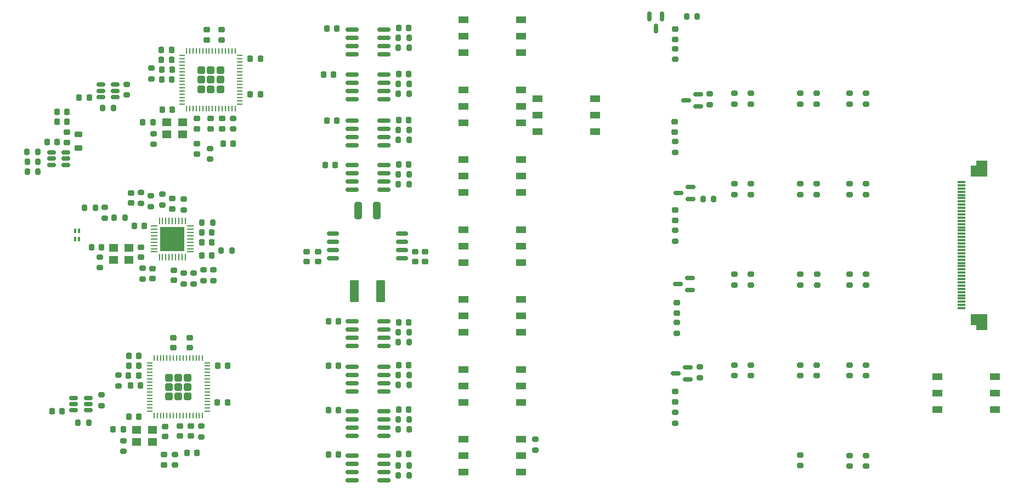
<source format=gbr>
%TF.GenerationSoftware,KiCad,Pcbnew,8.0.1*%
%TF.CreationDate,2024-09-10T07:56:54+02:00*%
%TF.ProjectId,CC_Debug,43435f44-6562-4756-972e-6b696361645f,rev?*%
%TF.SameCoordinates,Original*%
%TF.FileFunction,Paste,Top*%
%TF.FilePolarity,Positive*%
%FSLAX46Y46*%
G04 Gerber Fmt 4.6, Leading zero omitted, Abs format (unit mm)*
G04 Created by KiCad (PCBNEW 8.0.1) date 2024-09-10 07:56:54*
%MOMM*%
%LPD*%
G01*
G04 APERTURE LIST*
G04 Aperture macros list*
%AMRoundRect*
0 Rectangle with rounded corners*
0 $1 Rounding radius*
0 $2 $3 $4 $5 $6 $7 $8 $9 X,Y pos of 4 corners*
0 Add a 4 corners polygon primitive as box body*
4,1,4,$2,$3,$4,$5,$6,$7,$8,$9,$2,$3,0*
0 Add four circle primitives for the rounded corners*
1,1,$1+$1,$2,$3*
1,1,$1+$1,$4,$5*
1,1,$1+$1,$6,$7*
1,1,$1+$1,$8,$9*
0 Add four rect primitives between the rounded corners*
20,1,$1+$1,$2,$3,$4,$5,0*
20,1,$1+$1,$4,$5,$6,$7,0*
20,1,$1+$1,$6,$7,$8,$9,0*
20,1,$1+$1,$8,$9,$2,$3,0*%
G04 Aperture macros list end*
%ADD10C,0.010000*%
%ADD11C,0.000000*%
%ADD12RoundRect,0.225000X-0.250000X0.225000X-0.250000X-0.225000X0.250000X-0.225000X0.250000X0.225000X0*%
%ADD13RoundRect,0.200000X-0.200000X-0.275000X0.200000X-0.275000X0.200000X0.275000X-0.200000X0.275000X0*%
%ADD14RoundRect,0.225000X0.225000X0.250000X-0.225000X0.250000X-0.225000X-0.250000X0.225000X-0.250000X0*%
%ADD15RoundRect,0.200000X-0.275000X0.200000X-0.275000X-0.200000X0.275000X-0.200000X0.275000X0.200000X0*%
%ADD16RoundRect,0.200000X0.275000X-0.200000X0.275000X0.200000X-0.275000X0.200000X-0.275000X-0.200000X0*%
%ADD17RoundRect,0.225000X-0.225000X-0.250000X0.225000X-0.250000X0.225000X0.250000X-0.225000X0.250000X0*%
%ADD18RoundRect,0.150000X-0.825000X-0.150000X0.825000X-0.150000X0.825000X0.150000X-0.825000X0.150000X0*%
%ADD19RoundRect,0.218750X0.381250X-0.218750X0.381250X0.218750X-0.381250X0.218750X-0.381250X-0.218750X0*%
%ADD20RoundRect,0.200000X0.200000X0.275000X-0.200000X0.275000X-0.200000X-0.275000X0.200000X-0.275000X0*%
%ADD21RoundRect,0.218750X-0.218750X-0.256250X0.218750X-0.256250X0.218750X0.256250X-0.218750X0.256250X0*%
%ADD22RoundRect,0.225000X0.250000X-0.225000X0.250000X0.225000X-0.250000X0.225000X-0.250000X-0.225000X0*%
%ADD23R,1.500000X1.100000*%
%ADD24RoundRect,0.150000X0.587500X0.150000X-0.587500X0.150000X-0.587500X-0.150000X0.587500X-0.150000X0*%
%ADD25RoundRect,0.150000X0.512500X0.150000X-0.512500X0.150000X-0.512500X-0.150000X0.512500X-0.150000X0*%
%ADD26RoundRect,0.250000X0.335000X-0.335000X0.335000X0.335000X-0.335000X0.335000X-0.335000X-0.335000X0*%
%ADD27RoundRect,0.062500X0.062500X-0.337500X0.062500X0.337500X-0.062500X0.337500X-0.062500X-0.337500X0*%
%ADD28RoundRect,0.062500X0.337500X-0.062500X0.337500X0.062500X-0.337500X0.062500X-0.337500X-0.062500X0*%
%ADD29RoundRect,0.218750X-0.256250X0.218750X-0.256250X-0.218750X0.256250X-0.218750X0.256250X0.218750X0*%
%ADD30RoundRect,0.150000X-0.750000X-0.150000X0.750000X-0.150000X0.750000X0.150000X-0.750000X0.150000X0*%
%ADD31R,1.200000X0.300000*%
%ADD32RoundRect,0.249999X-0.450001X-1.450001X0.450001X-1.450001X0.450001X1.450001X-0.450001X1.450001X0*%
%ADD33R,1.400000X1.200000*%
%ADD34RoundRect,0.250000X-0.312500X-1.075000X0.312500X-1.075000X0.312500X1.075000X-0.312500X1.075000X0*%
%ADD35RoundRect,0.015000X-0.135000X-0.275000X0.135000X-0.275000X0.135000X0.275000X-0.135000X0.275000X0*%
%ADD36R,0.254000X1.066800*%
%ADD37R,1.066800X0.254000*%
%ADD38R,3.810000X3.810000*%
%ADD39RoundRect,0.150000X-0.150000X0.587500X-0.150000X-0.587500X0.150000X-0.587500X0.150000X0.587500X0*%
G04 APERTURE END LIST*
D10*
%TO.C,J8001*%
X241371000Y-90696000D02*
X238971000Y-90696000D01*
X238971000Y-89096000D01*
X239771000Y-89096000D01*
X239771000Y-88296000D01*
X241371000Y-88296000D01*
X241371000Y-90696000D01*
G36*
X241371000Y-90696000D02*
G01*
X238971000Y-90696000D01*
X238971000Y-89096000D01*
X239771000Y-89096000D01*
X239771000Y-88296000D01*
X241371000Y-88296000D01*
X241371000Y-90696000D01*
G37*
X241371000Y-114396000D02*
X239771000Y-114396000D01*
X239771000Y-113596000D01*
X238971000Y-113596000D01*
X238971000Y-111996000D01*
X241371000Y-111996000D01*
X241371000Y-114396000D01*
G36*
X241371000Y-114396000D02*
G01*
X239771000Y-114396000D01*
X239771000Y-113596000D01*
X238971000Y-113596000D01*
X238971000Y-111996000D01*
X241371000Y-111996000D01*
X241371000Y-114396000D01*
G37*
D11*
%TO.C,U2001*%
G36*
X114951000Y-99661000D02*
G01*
X113881000Y-99661000D01*
X113881000Y-98591000D01*
X114951000Y-98591000D01*
X114951000Y-99661000D01*
G37*
G36*
X114951000Y-100931000D02*
G01*
X113881000Y-100931000D01*
X113881000Y-99861000D01*
X114951000Y-99861000D01*
X114951000Y-100931000D01*
G37*
G36*
X114951000Y-102201000D02*
G01*
X113881000Y-102201000D01*
X113881000Y-101131000D01*
X114951000Y-101131000D01*
X114951000Y-102201000D01*
G37*
G36*
X116221000Y-99661000D02*
G01*
X115151000Y-99661000D01*
X115151000Y-98591000D01*
X116221000Y-98591000D01*
X116221000Y-99661000D01*
G37*
G36*
X116221000Y-100931000D02*
G01*
X115151000Y-100931000D01*
X115151000Y-99861000D01*
X116221000Y-99861000D01*
X116221000Y-100931000D01*
G37*
G36*
X116221000Y-102201000D02*
G01*
X115151000Y-102201000D01*
X115151000Y-101131000D01*
X116221000Y-101131000D01*
X116221000Y-102201000D01*
G37*
G36*
X117491000Y-99661000D02*
G01*
X116421000Y-99661000D01*
X116421000Y-98591000D01*
X117491000Y-98591000D01*
X117491000Y-99661000D01*
G37*
G36*
X117491000Y-100931000D02*
G01*
X116421000Y-100931000D01*
X116421000Y-99861000D01*
X117491000Y-99861000D01*
X117491000Y-100931000D01*
G37*
G36*
X117491000Y-102201000D02*
G01*
X116421000Y-102201000D01*
X116421000Y-101131000D01*
X117491000Y-101131000D01*
X117491000Y-102201000D01*
G37*
%TD*%
D12*
%TO.C,C7020*%
X153162000Y-102349000D03*
X153162000Y-103899000D03*
%TD*%
D13*
%TO.C,R7012*%
X150559000Y-70866000D03*
X152209000Y-70866000D03*
%TD*%
D14*
%TO.C,C2014*%
X99425000Y-80767000D03*
X97875000Y-80767000D03*
%TD*%
D15*
%TO.C,R2006*%
X117464000Y-105667000D03*
X117464000Y-107317000D03*
%TD*%
D16*
%TO.C,R8036*%
X193294000Y-86994000D03*
X193294000Y-85344000D03*
%TD*%
%TO.C,R8008*%
X215201000Y-107514500D03*
X215201000Y-105864500D03*
%TD*%
D17*
%TO.C,C6009*%
X123529000Y-85720000D03*
X125079000Y-85720000D03*
%TD*%
D18*
%TO.C,U7001*%
X143419000Y-126995000D03*
X143419000Y-128265000D03*
X143419000Y-129535000D03*
X143419000Y-130805000D03*
X148369000Y-130805000D03*
X148369000Y-129535000D03*
X148369000Y-128265000D03*
X148369000Y-126995000D03*
%TD*%
D13*
%TO.C,R7015*%
X150559000Y-121412000D03*
X152209000Y-121412000D03*
%TD*%
D15*
%TO.C,R8030*%
X197104000Y-120142000D03*
X197104000Y-121792000D03*
%TD*%
D17*
%TO.C,C2009*%
X120245000Y-102936000D03*
X121795000Y-102936000D03*
%TD*%
D15*
%TO.C,R6004*%
X121510000Y-86419000D03*
X121510000Y-88069000D03*
%TD*%
D16*
%TO.C,R8012*%
X222758000Y-121494000D03*
X222758000Y-119844000D03*
%TD*%
D19*
%TO.C,L2001*%
X101190000Y-86355000D03*
X101190000Y-84230000D03*
%TD*%
D18*
%TO.C,U7008*%
X143419000Y-68067000D03*
X143419000Y-69337000D03*
X143419000Y-70607000D03*
X143419000Y-71877000D03*
X148369000Y-71877000D03*
X148369000Y-70607000D03*
X148369000Y-69337000D03*
X148369000Y-68067000D03*
%TD*%
D14*
%TO.C,C6012*%
X115554000Y-72692000D03*
X114004000Y-72692000D03*
%TD*%
D20*
%TO.C,R8029*%
X199262000Y-94234000D03*
X197612000Y-94234000D03*
%TD*%
D16*
%TO.C,R8005*%
X215138000Y-93535000D03*
X215138000Y-91885000D03*
%TD*%
D12*
%TO.C,C5010*%
X114398000Y-133713000D03*
X114398000Y-135263000D03*
%TD*%
D21*
%TO.C,D6001*%
X114065500Y-74216000D03*
X115640500Y-74216000D03*
%TD*%
D14*
%TO.C,C5014*%
X110502000Y-118433000D03*
X108952000Y-118433000D03*
%TD*%
D16*
%TO.C,R6003*%
X108683000Y-78153000D03*
X108683000Y-76503000D03*
%TD*%
D14*
%TO.C,C6014*%
X115554000Y-71168000D03*
X114004000Y-71168000D03*
%TD*%
D13*
%TO.C,R2015*%
X120258000Y-97856000D03*
X121908000Y-97856000D03*
%TD*%
D22*
%TO.C,C6015*%
X121002000Y-69657000D03*
X121002000Y-68107000D03*
%TD*%
D15*
%TO.C,R2005*%
X118988000Y-105667000D03*
X118988000Y-107317000D03*
%TD*%
D23*
%TO.C,SW8002*%
X242702000Y-126746000D03*
X242702000Y-124206000D03*
X242702000Y-121666000D03*
X233802000Y-121666000D03*
X233802000Y-124206000D03*
X233802000Y-126746000D03*
%TD*%
D17*
%TO.C,C7016*%
X150609000Y-126746000D03*
X152159000Y-126746000D03*
%TD*%
D14*
%TO.C,C7002*%
X141348000Y-126868000D03*
X139798000Y-126868000D03*
%TD*%
D13*
%TO.C,R7008*%
X150559000Y-91948000D03*
X152209000Y-91948000D03*
%TD*%
D16*
%TO.C,R2007*%
X112384000Y-95379000D03*
X112384000Y-93729000D03*
%TD*%
D24*
%TO.C,Q8004*%
X196850000Y-79944000D03*
X196850000Y-78044000D03*
X194975000Y-78994000D03*
%TD*%
D23*
%TO.C,SW8003*%
X160650000Y-77343000D03*
X160650000Y-79883000D03*
X160650000Y-82423000D03*
X169550000Y-82423000D03*
X169550000Y-79883000D03*
X169550000Y-77343000D03*
%TD*%
D17*
%TO.C,C7015*%
X150609000Y-119888000D03*
X152159000Y-119888000D03*
%TD*%
D16*
%TO.C,R8020*%
X220218000Y-93535000D03*
X220218000Y-91885000D03*
%TD*%
%TO.C,R8019*%
X212598000Y-93535000D03*
X212598000Y-91885000D03*
%TD*%
D13*
%TO.C,R7009*%
X150559000Y-76454000D03*
X152209000Y-76454000D03*
%TD*%
D22*
%TO.C,C2005*%
X115686000Y-95712000D03*
X115686000Y-94162000D03*
%TD*%
D17*
%TO.C,C5013*%
X117941000Y-133472000D03*
X119491000Y-133472000D03*
%TD*%
D23*
%TO.C,SW8006*%
X160650000Y-109728000D03*
X160650000Y-112268000D03*
X160650000Y-114808000D03*
X169550000Y-114808000D03*
X169550000Y-112268000D03*
X169550000Y-109728000D03*
%TD*%
D16*
%TO.C,R8015*%
X202438000Y-79565000D03*
X202438000Y-77915000D03*
%TD*%
%TO.C,R8010*%
X204978000Y-121494000D03*
X204978000Y-119844000D03*
%TD*%
D14*
%TO.C,C5006*%
X110502000Y-119957000D03*
X108952000Y-119957000D03*
%TD*%
D25*
%TO.C,U5003*%
X102703000Y-126849000D03*
X102703000Y-125899000D03*
X102703000Y-124949000D03*
X100428000Y-124949000D03*
X100428000Y-125899000D03*
X100428000Y-126849000D03*
%TD*%
D17*
%TO.C,C2002*%
X120245000Y-100904000D03*
X121795000Y-100904000D03*
%TD*%
D15*
%TO.C,R2004*%
X120512000Y-105159000D03*
X120512000Y-106809000D03*
%TD*%
D13*
%TO.C,R7006*%
X150559000Y-136906000D03*
X152209000Y-136906000D03*
%TD*%
D22*
%TO.C,C6002*%
X123288000Y-69657000D03*
X123288000Y-68107000D03*
%TD*%
D17*
%TO.C,C2007*%
X120245000Y-99380000D03*
X121795000Y-99380000D03*
%TD*%
D16*
%TO.C,R8021*%
X202438000Y-107514500D03*
X202438000Y-105864500D03*
%TD*%
%TO.C,R8002*%
X215138000Y-79565000D03*
X215138000Y-77915000D03*
%TD*%
D26*
%TO.C,U6003*%
X120187000Y-77264000D03*
X121637000Y-77264000D03*
X123087000Y-77264000D03*
X120187000Y-75814000D03*
X121637000Y-75814000D03*
X123087000Y-75814000D03*
X120187000Y-74364000D03*
X121637000Y-74364000D03*
X123087000Y-74364000D03*
D27*
X117887000Y-80264000D03*
X118387000Y-80264000D03*
X118887000Y-80264000D03*
X119387000Y-80264000D03*
X119887000Y-80264000D03*
X120387000Y-80264000D03*
X120887000Y-80264000D03*
X121387000Y-80264000D03*
X121887000Y-80264000D03*
X122387000Y-80264000D03*
X122887000Y-80264000D03*
X123387000Y-80264000D03*
X123887000Y-80264000D03*
X124387000Y-80264000D03*
X124887000Y-80264000D03*
X125387000Y-80264000D03*
D28*
X126087000Y-79564000D03*
X126087000Y-79064000D03*
X126087000Y-78564000D03*
X126087000Y-78064000D03*
X126087000Y-77564000D03*
X126087000Y-77064000D03*
X126087000Y-76564000D03*
X126087000Y-76064000D03*
X126087000Y-75564000D03*
X126087000Y-75064000D03*
X126087000Y-74564000D03*
X126087000Y-74064000D03*
X126087000Y-73564000D03*
X126087000Y-73064000D03*
X126087000Y-72564000D03*
X126087000Y-72064000D03*
D27*
X125387000Y-71364000D03*
X124887000Y-71364000D03*
X124387000Y-71364000D03*
X123887000Y-71364000D03*
X123387000Y-71364000D03*
X122887000Y-71364000D03*
X122387000Y-71364000D03*
X121887000Y-71364000D03*
X121387000Y-71364000D03*
X120887000Y-71364000D03*
X120387000Y-71364000D03*
X119887000Y-71364000D03*
X119387000Y-71364000D03*
X118887000Y-71364000D03*
X118387000Y-71364000D03*
X117887000Y-71364000D03*
D28*
X117187000Y-72064000D03*
X117187000Y-72564000D03*
X117187000Y-73064000D03*
X117187000Y-73564000D03*
X117187000Y-74064000D03*
X117187000Y-74564000D03*
X117187000Y-75064000D03*
X117187000Y-75564000D03*
X117187000Y-76064000D03*
X117187000Y-76564000D03*
X117187000Y-77064000D03*
X117187000Y-77564000D03*
X117187000Y-78064000D03*
X117187000Y-78564000D03*
X117187000Y-79064000D03*
X117187000Y-79564000D03*
%TD*%
D14*
%TO.C,C6001*%
X102854000Y-78534000D03*
X101304000Y-78534000D03*
%TD*%
D16*
%TO.C,R8027*%
X220218000Y-135464000D03*
X220218000Y-133814000D03*
%TD*%
D17*
%TO.C,C7013*%
X150609000Y-133604000D03*
X152159000Y-133604000D03*
%TD*%
D12*
%TO.C,C2006*%
X112638000Y-104968000D03*
X112638000Y-106518000D03*
%TD*%
D16*
%TO.C,R8004*%
X204978000Y-93535000D03*
X204978000Y-91885000D03*
%TD*%
D12*
%TO.C,C7018*%
X136398000Y-102349000D03*
X136398000Y-103899000D03*
%TD*%
D16*
%TO.C,R8026*%
X220218000Y-121494000D03*
X220218000Y-119844000D03*
%TD*%
D17*
%TO.C,C7014*%
X150609000Y-113284000D03*
X152159000Y-113284000D03*
%TD*%
D14*
%TO.C,C5009*%
X98652000Y-126981000D03*
X97102000Y-126981000D03*
%TD*%
D20*
%TO.C,R2018*%
X94966000Y-90038000D03*
X93316000Y-90038000D03*
%TD*%
D13*
%TO.C,R7001*%
X150559000Y-128270000D03*
X152209000Y-128270000D03*
%TD*%
D12*
%TO.C,C7019*%
X154686000Y-102349000D03*
X154686000Y-103899000D03*
%TD*%
D14*
%TO.C,C7005*%
X140840000Y-89022000D03*
X139290000Y-89022000D03*
%TD*%
%TO.C,C2013*%
X99425000Y-82291000D03*
X97875000Y-82291000D03*
%TD*%
%TO.C,C2010*%
X111368000Y-98364000D03*
X109818000Y-98364000D03*
%TD*%
D12*
%TO.C,C6008*%
X119478000Y-81823000D03*
X119478000Y-83373000D03*
%TD*%
D18*
%TO.C,U7007*%
X143419000Y-75052000D03*
X143419000Y-76322000D03*
X143419000Y-77592000D03*
X143419000Y-78862000D03*
X148369000Y-78862000D03*
X148369000Y-77592000D03*
X148369000Y-76322000D03*
X148369000Y-75052000D03*
%TD*%
D14*
%TO.C,C6013*%
X115628000Y-75740000D03*
X114078000Y-75740000D03*
%TD*%
D23*
%TO.C,SW8004*%
X160650000Y-131318000D03*
X160650000Y-133858000D03*
X160650000Y-136398000D03*
X169550000Y-136398000D03*
X169550000Y-133858000D03*
X169550000Y-131318000D03*
%TD*%
D12*
%TO.C,C2012*%
X99412000Y-83929000D03*
X99412000Y-85479000D03*
%TD*%
%TO.C,C6006*%
X119478000Y-85720000D03*
X119478000Y-87270000D03*
%TD*%
D18*
%TO.C,U7002*%
X143419000Y-120137000D03*
X143419000Y-121407000D03*
X143419000Y-122677000D03*
X143419000Y-123947000D03*
X148369000Y-123947000D03*
X148369000Y-122677000D03*
X148369000Y-121407000D03*
X148369000Y-120137000D03*
%TD*%
D14*
%TO.C,C2001*%
X104777000Y-101666000D03*
X103227000Y-101666000D03*
%TD*%
D13*
%TO.C,R7007*%
X150559000Y-90424000D03*
X152209000Y-90424000D03*
%TD*%
D24*
%TO.C,Q8002*%
X195677000Y-94234000D03*
X195677000Y-92334000D03*
X193802000Y-93284000D03*
%TD*%
D16*
%TO.C,R8009*%
X222758000Y-107514500D03*
X222758000Y-105864500D03*
%TD*%
%TO.C,R5006*%
X107413000Y-123068000D03*
X107413000Y-121418000D03*
%TD*%
D20*
%TO.C,R2001*%
X108383000Y-97094000D03*
X106733000Y-97094000D03*
%TD*%
D16*
%TO.C,R8035*%
X171704000Y-132968000D03*
X171704000Y-131318000D03*
%TD*%
D17*
%TO.C,C7011*%
X150609000Y-82042000D03*
X152159000Y-82042000D03*
%TD*%
D14*
%TO.C,C7007*%
X140573000Y-75052000D03*
X139023000Y-75052000D03*
%TD*%
D16*
%TO.C,R8023*%
X220218000Y-107514500D03*
X220218000Y-105864500D03*
%TD*%
D12*
%TO.C,C7017*%
X138176000Y-102349000D03*
X138176000Y-103899000D03*
%TD*%
D18*
%TO.C,U7004*%
X143419000Y-133853000D03*
X143419000Y-135123000D03*
X143419000Y-136393000D03*
X143419000Y-137663000D03*
X148369000Y-137663000D03*
X148369000Y-136393000D03*
X148369000Y-135123000D03*
X148369000Y-133853000D03*
%TD*%
D29*
%TO.C,D8002*%
X193294000Y-95961000D03*
X193294000Y-97536000D03*
%TD*%
D16*
%TO.C,R8017*%
X220218000Y-79565000D03*
X220218000Y-77915000D03*
%TD*%
D30*
%TO.C,U7009*%
X140480000Y-99568000D03*
X140480000Y-100838000D03*
X140480000Y-102108000D03*
X140480000Y-103378000D03*
X151130000Y-103378000D03*
X151130000Y-102108000D03*
X151130000Y-100838000D03*
X151130000Y-99568000D03*
%TD*%
D13*
%TO.C,R7016*%
X150559000Y-122936000D03*
X152209000Y-122936000D03*
%TD*%
D29*
%TO.C,D8003*%
X193294000Y-123952000D03*
X193294000Y-125527000D03*
%TD*%
D18*
%TO.C,U7005*%
X143419000Y-89022000D03*
X143419000Y-90292000D03*
X143419000Y-91562000D03*
X143419000Y-92832000D03*
X148369000Y-92832000D03*
X148369000Y-91562000D03*
X148369000Y-90292000D03*
X148369000Y-89022000D03*
%TD*%
D17*
%TO.C,C6010*%
X127720000Y-72565000D03*
X129270000Y-72565000D03*
%TD*%
%TO.C,C7009*%
X150609000Y-67818000D03*
X152159000Y-67818000D03*
%TD*%
D16*
%TO.C,R8016*%
X212598000Y-79565000D03*
X212598000Y-77915000D03*
%TD*%
D18*
%TO.C,U7006*%
X143419000Y-82164000D03*
X143419000Y-83434000D03*
X143419000Y-84704000D03*
X143419000Y-85974000D03*
X148369000Y-85974000D03*
X148369000Y-84704000D03*
X148369000Y-83434000D03*
X148369000Y-82164000D03*
%TD*%
D13*
%TO.C,R2014*%
X123243000Y-102174000D03*
X124893000Y-102174000D03*
%TD*%
D23*
%TO.C,SW8008*%
X160650000Y-88138000D03*
X160650000Y-90678000D03*
X160650000Y-93218000D03*
X169550000Y-93218000D03*
X169550000Y-90678000D03*
X169550000Y-88138000D03*
%TD*%
D15*
%TO.C,R5003*%
X120141000Y-129292000D03*
X120141000Y-130942000D03*
%TD*%
D14*
%TO.C,C5004*%
X110502000Y-127831000D03*
X108952000Y-127831000D03*
%TD*%
D16*
%TO.C,R8006*%
X222758000Y-93535000D03*
X222758000Y-91885000D03*
%TD*%
D13*
%TO.C,R7005*%
X150559000Y-135382000D03*
X152209000Y-135382000D03*
%TD*%
D12*
%TO.C,C5001*%
X118510000Y-129254000D03*
X118510000Y-130804000D03*
%TD*%
D15*
%TO.C,R2011*%
X105272000Y-95507000D03*
X105272000Y-97157000D03*
%TD*%
%TO.C,R2003*%
X122036000Y-105159000D03*
X122036000Y-106809000D03*
%TD*%
D16*
%TO.C,R6006*%
X112440000Y-75676000D03*
X112440000Y-74026000D03*
%TD*%
D31*
%TO.C,J8001*%
X237471000Y-111096000D03*
X237471000Y-110596000D03*
X237471000Y-110096000D03*
X237471000Y-109596000D03*
X237471000Y-109096000D03*
X237471000Y-108596000D03*
X237471000Y-108096000D03*
X237471000Y-107596000D03*
X237471000Y-107096000D03*
X237471000Y-106596000D03*
X237471000Y-106096000D03*
X237471000Y-105596000D03*
X237471000Y-105096000D03*
X237471000Y-104596000D03*
X237471000Y-104096000D03*
X237471000Y-103596000D03*
X237471000Y-103096000D03*
X237471000Y-102596000D03*
X237471000Y-102096000D03*
X237471000Y-101596000D03*
X237471000Y-101096000D03*
X237471000Y-100596000D03*
X237471000Y-100096000D03*
X237471000Y-99596000D03*
X237471000Y-99096000D03*
X237471000Y-98596000D03*
X237471000Y-98096000D03*
X237471000Y-97596000D03*
X237471000Y-97096000D03*
X237471000Y-96596000D03*
X237471000Y-96096000D03*
X237471000Y-95596000D03*
X237471000Y-95096000D03*
X237471000Y-94596000D03*
X237471000Y-94096000D03*
X237471000Y-93596000D03*
X237471000Y-93096000D03*
X237471000Y-92596000D03*
X237471000Y-92096000D03*
X237471000Y-91596000D03*
%TD*%
D32*
%TO.C,C7021*%
X143746000Y-108458000D03*
X147846000Y-108458000D03*
%TD*%
D20*
%TO.C,R2016*%
X94903000Y-86990000D03*
X93253000Y-86990000D03*
%TD*%
D12*
%TO.C,C5011*%
X116887200Y-129254000D03*
X116887200Y-130804000D03*
%TD*%
D13*
%TO.C,R7010*%
X150559000Y-77978000D03*
X152209000Y-77978000D03*
%TD*%
D22*
%TO.C,C5002*%
X118363000Y-117176000D03*
X118363000Y-115626000D03*
%TD*%
D13*
%TO.C,R7002*%
X150559000Y-129794000D03*
X152209000Y-129794000D03*
%TD*%
D14*
%TO.C,C7004*%
X141348000Y-113152000D03*
X139798000Y-113152000D03*
%TD*%
D15*
%TO.C,R5002*%
X116102000Y-133663000D03*
X116102000Y-135313000D03*
%TD*%
D17*
%TO.C,C6011*%
X127733000Y-78026000D03*
X129283000Y-78026000D03*
%TD*%
D16*
%TO.C,R8007*%
X204978000Y-107514500D03*
X204978000Y-105864500D03*
%TD*%
%TO.C,R8037*%
X193548000Y-114934000D03*
X193548000Y-113284000D03*
%TD*%
D13*
%TO.C,R7011*%
X150559000Y-69342000D03*
X152209000Y-69342000D03*
%TD*%
D33*
%TO.C,U5001*%
X110198000Y-131741000D03*
X112598000Y-131741000D03*
X112598000Y-129841000D03*
X110198000Y-129841000D03*
%TD*%
D12*
%TO.C,C2003*%
X110860000Y-101666000D03*
X110860000Y-103216000D03*
%TD*%
D23*
%TO.C,SW8009*%
X172080000Y-78740000D03*
X172080000Y-81280000D03*
X172080000Y-83820000D03*
X180980000Y-83820000D03*
X180980000Y-81280000D03*
X180980000Y-78740000D03*
%TD*%
D15*
%TO.C,R8034*%
X198628000Y-77978000D03*
X198628000Y-79628000D03*
%TD*%
D13*
%TO.C,R7013*%
X150559000Y-83566000D03*
X152209000Y-83566000D03*
%TD*%
D16*
%TO.C,R8011*%
X215138000Y-121494000D03*
X215138000Y-119844000D03*
%TD*%
D33*
%TO.C,U2002*%
X106612000Y-103632000D03*
X109012000Y-103632000D03*
X109012000Y-101732000D03*
X106612000Y-101732000D03*
%TD*%
D21*
%TO.C,D5001*%
X108911500Y-121481000D03*
X110486500Y-121481000D03*
%TD*%
D29*
%TO.C,D8001*%
X193294000Y-68021000D03*
X193294000Y-69596000D03*
%TD*%
D13*
%TO.C,R2010*%
X102161000Y-95570000D03*
X103811000Y-95570000D03*
%TD*%
D20*
%TO.C,R6001*%
X106587000Y-80185000D03*
X104937000Y-80185000D03*
%TD*%
D14*
%TO.C,C5007*%
X110756000Y-123005000D03*
X109206000Y-123005000D03*
%TD*%
%TO.C,C7003*%
X141335000Y-120010000D03*
X139785000Y-120010000D03*
%TD*%
D17*
%TO.C,C5015*%
X122640000Y-125619000D03*
X124190000Y-125619000D03*
%TD*%
D34*
%TO.C,R7017*%
X144333500Y-96012000D03*
X147258500Y-96012000D03*
%TD*%
D35*
%TO.C,FL3001*%
X100709000Y-99133000D03*
X101259000Y-99133000D03*
X101259000Y-100443000D03*
X100709000Y-100443000D03*
%TD*%
D13*
%TO.C,R7004*%
X150559000Y-116332000D03*
X152209000Y-116332000D03*
%TD*%
D16*
%TO.C,R8013*%
X212598000Y-135401000D03*
X212598000Y-133751000D03*
%TD*%
D24*
%TO.C,Q8003*%
X195247500Y-122108000D03*
X195247500Y-120208000D03*
X193372500Y-121158000D03*
%TD*%
D15*
%TO.C,R2013*%
X111114000Y-104905000D03*
X111114000Y-106555000D03*
%TD*%
%TO.C,R5001*%
X108096000Y-131553000D03*
X108096000Y-133203000D03*
%TD*%
D16*
%TO.C,R8003*%
X222758000Y-79565000D03*
X222758000Y-77915000D03*
%TD*%
D23*
%TO.C,SW8007*%
X160650000Y-120523000D03*
X160650000Y-123063000D03*
X160650000Y-125603000D03*
X169550000Y-125603000D03*
X169550000Y-123063000D03*
X169550000Y-120523000D03*
%TD*%
D24*
%TO.C,Q8005*%
X195580000Y-108326000D03*
X195580000Y-106426000D03*
X193705000Y-107376000D03*
%TD*%
D18*
%TO.C,U7003*%
X143419000Y-113152000D03*
X143419000Y-114422000D03*
X143419000Y-115692000D03*
X143419000Y-116962000D03*
X148369000Y-116962000D03*
X148369000Y-115692000D03*
X148369000Y-114422000D03*
X148369000Y-113152000D03*
%TD*%
D33*
%TO.C,U6002*%
X114849000Y-84244000D03*
X117249000Y-84244000D03*
X117249000Y-82344000D03*
X114849000Y-82344000D03*
%TD*%
D13*
%TO.C,R2017*%
X93316000Y-88514000D03*
X94966000Y-88514000D03*
%TD*%
D14*
%TO.C,C6004*%
X112690000Y-82344000D03*
X111140000Y-82344000D03*
%TD*%
D17*
%TO.C,C7010*%
X150609000Y-74930000D03*
X152159000Y-74930000D03*
%TD*%
D26*
%TO.C,U5002*%
X115160000Y-124709000D03*
X116610000Y-124709000D03*
X118060000Y-124709000D03*
X115160000Y-123259000D03*
X116610000Y-123259000D03*
X118060000Y-123259000D03*
X115160000Y-121809000D03*
X116610000Y-121809000D03*
X118060000Y-121809000D03*
D27*
X112860000Y-127709000D03*
X113360000Y-127709000D03*
X113860000Y-127709000D03*
X114360000Y-127709000D03*
X114860000Y-127709000D03*
X115360000Y-127709000D03*
X115860000Y-127709000D03*
X116360000Y-127709000D03*
X116860000Y-127709000D03*
X117360000Y-127709000D03*
X117860000Y-127709000D03*
X118360000Y-127709000D03*
X118860000Y-127709000D03*
X119360000Y-127709000D03*
X119860000Y-127709000D03*
X120360000Y-127709000D03*
D28*
X121060000Y-127009000D03*
X121060000Y-126509000D03*
X121060000Y-126009000D03*
X121060000Y-125509000D03*
X121060000Y-125009000D03*
X121060000Y-124509000D03*
X121060000Y-124009000D03*
X121060000Y-123509000D03*
X121060000Y-123009000D03*
X121060000Y-122509000D03*
X121060000Y-122009000D03*
X121060000Y-121509000D03*
X121060000Y-121009000D03*
X121060000Y-120509000D03*
X121060000Y-120009000D03*
X121060000Y-119509000D03*
D27*
X120360000Y-118809000D03*
X119860000Y-118809000D03*
X119360000Y-118809000D03*
X118860000Y-118809000D03*
X118360000Y-118809000D03*
X117860000Y-118809000D03*
X117360000Y-118809000D03*
X116860000Y-118809000D03*
X116360000Y-118809000D03*
X115860000Y-118809000D03*
X115360000Y-118809000D03*
X114860000Y-118809000D03*
X114360000Y-118809000D03*
X113860000Y-118809000D03*
X113360000Y-118809000D03*
X112860000Y-118809000D03*
D28*
X112160000Y-119509000D03*
X112160000Y-120009000D03*
X112160000Y-120509000D03*
X112160000Y-121009000D03*
X112160000Y-121509000D03*
X112160000Y-122009000D03*
X112160000Y-122509000D03*
X112160000Y-123009000D03*
X112160000Y-123509000D03*
X112160000Y-124009000D03*
X112160000Y-124509000D03*
X112160000Y-125009000D03*
X112160000Y-125509000D03*
X112160000Y-126009000D03*
X112160000Y-126509000D03*
X112160000Y-127009000D03*
%TD*%
D20*
%TO.C,R5004*%
X102766000Y-128759000D03*
X101116000Y-128759000D03*
%TD*%
D12*
%TO.C,C6007*%
X121584000Y-81823000D03*
X121584000Y-83373000D03*
%TD*%
D14*
%TO.C,C7006*%
X141094000Y-82164000D03*
X139544000Y-82164000D03*
%TD*%
D16*
%TO.C,R8025*%
X212598000Y-121494000D03*
X212598000Y-119844000D03*
%TD*%
%TO.C,R5005*%
X104746000Y-126116000D03*
X104746000Y-124466000D03*
%TD*%
D20*
%TO.C,R8028*%
X196722000Y-66040000D03*
X195072000Y-66040000D03*
%TD*%
D16*
%TO.C,R8018*%
X202438000Y-93535000D03*
X202438000Y-91885000D03*
%TD*%
D15*
%TO.C,R6005*%
X125066000Y-81773000D03*
X125066000Y-83423000D03*
%TD*%
D16*
%TO.C,R8033*%
X193294000Y-128841000D03*
X193294000Y-127191000D03*
%TD*%
%TO.C,R8032*%
X193294000Y-100710000D03*
X193294000Y-99060000D03*
%TD*%
%TO.C,R2009*%
X114162000Y-95125000D03*
X114162000Y-93475000D03*
%TD*%
D17*
%TO.C,C2011*%
X96338000Y-85466000D03*
X97888000Y-85466000D03*
%TD*%
D23*
%TO.C,SW8005*%
X160650000Y-98933000D03*
X160650000Y-101473000D03*
X160650000Y-104013000D03*
X169550000Y-104013000D03*
X169550000Y-101473000D03*
X169550000Y-98933000D03*
%TD*%
D16*
%TO.C,R8024*%
X202438000Y-121494000D03*
X202438000Y-119844000D03*
%TD*%
D15*
%TO.C,R2002*%
X117464000Y-94237000D03*
X117464000Y-95887000D03*
%TD*%
D14*
%TO.C,C7008*%
X141081000Y-67940000D03*
X139531000Y-67940000D03*
%TD*%
D17*
%TO.C,C7012*%
X150609000Y-88900000D03*
X152159000Y-88900000D03*
%TD*%
D13*
%TO.C,R7014*%
X150559000Y-85090000D03*
X152209000Y-85090000D03*
%TD*%
D16*
%TO.C,R8014*%
X222758000Y-135464000D03*
X222758000Y-133814000D03*
%TD*%
D13*
%TO.C,R7003*%
X150559000Y-114808000D03*
X152209000Y-114808000D03*
%TD*%
D16*
%TO.C,R2008*%
X104510000Y-104840000D03*
X104510000Y-103190000D03*
%TD*%
D14*
%TO.C,C7001*%
X141348000Y-133726000D03*
X139798000Y-133726000D03*
%TD*%
D23*
%TO.C,SW8001*%
X160650000Y-66548000D03*
X160650000Y-69088000D03*
X160650000Y-71628000D03*
X169550000Y-71628000D03*
X169550000Y-69088000D03*
X169550000Y-66548000D03*
%TD*%
D12*
%TO.C,C2008*%
X115940000Y-105209000D03*
X115940000Y-106759000D03*
%TD*%
D16*
%TO.C,R8001*%
X204978000Y-79565000D03*
X204978000Y-77915000D03*
%TD*%
D36*
%TO.C,U2001*%
X113685999Y-103215400D03*
X114186000Y-103215400D03*
X114685999Y-103215400D03*
X115186001Y-103215400D03*
X115686000Y-103215400D03*
X116185999Y-103215400D03*
X116686001Y-103215400D03*
X117186000Y-103215400D03*
X117686001Y-103215400D03*
D37*
X118505400Y-102396001D03*
X118505400Y-101896000D03*
X118505400Y-101396001D03*
X118505400Y-100895999D03*
X118505400Y-100396000D03*
X118505400Y-99896001D03*
X118505400Y-99395999D03*
X118505400Y-98896000D03*
X118505400Y-98395999D03*
D36*
X117686001Y-97576600D03*
X117186000Y-97576600D03*
X116686001Y-97576600D03*
X116185999Y-97576600D03*
X115686000Y-97576600D03*
X115186001Y-97576600D03*
X114685999Y-97576600D03*
X114186000Y-97576600D03*
X113685999Y-97576600D03*
D37*
X112866600Y-98395999D03*
X112866600Y-98896000D03*
X112866600Y-99395999D03*
X112866600Y-99896001D03*
X112866600Y-100396000D03*
X112866600Y-100895999D03*
X112866600Y-101396001D03*
X112866600Y-101896000D03*
X112866600Y-102396001D03*
D38*
X115686000Y-100396000D03*
%TD*%
D29*
%TO.C,D8004*%
X193268500Y-82296000D03*
X193268500Y-83871000D03*
%TD*%
D12*
%TO.C,C5012*%
X114553000Y-129342000D03*
X114553000Y-130892000D03*
%TD*%
D39*
%TO.C,Q8001*%
X191274500Y-66052500D03*
X189374500Y-66052500D03*
X190324500Y-67927500D03*
%TD*%
D17*
%TO.C,C5008*%
X122668000Y-119957000D03*
X124218000Y-119957000D03*
%TD*%
D22*
%TO.C,C5005*%
X115823000Y-117176000D03*
X115823000Y-115626000D03*
%TD*%
D14*
%TO.C,C6005*%
X115681000Y-80439000D03*
X114131000Y-80439000D03*
%TD*%
D16*
%TO.C,R2012*%
X110860000Y-94871000D03*
X110860000Y-93221000D03*
%TD*%
D14*
%TO.C,C5003*%
X108096000Y-129775000D03*
X106546000Y-129775000D03*
%TD*%
D22*
%TO.C,C2004*%
X109336000Y-94821000D03*
X109336000Y-93271000D03*
%TD*%
D25*
%TO.C,U6001*%
X106899500Y-78468000D03*
X106899500Y-77518000D03*
X106899500Y-76568000D03*
X104624500Y-76568000D03*
X104624500Y-77518000D03*
X104624500Y-78468000D03*
%TD*%
%TO.C,U2003*%
X99279500Y-88956000D03*
X99279500Y-88006000D03*
X99279500Y-87056000D03*
X97004500Y-87056000D03*
X97004500Y-88006000D03*
X97004500Y-88956000D03*
%TD*%
D12*
%TO.C,C6003*%
X123415000Y-81823000D03*
X123415000Y-83373000D03*
%TD*%
D16*
%TO.C,R8022*%
X212598000Y-107514500D03*
X212598000Y-105864500D03*
%TD*%
D29*
%TO.C,D8005*%
X193548000Y-110236000D03*
X193548000Y-111811000D03*
%TD*%
D15*
%TO.C,R6002*%
X112804000Y-84123000D03*
X112804000Y-85773000D03*
%TD*%
D16*
%TO.C,R8031*%
X193294000Y-72644000D03*
X193294000Y-70994000D03*
%TD*%
M02*

</source>
